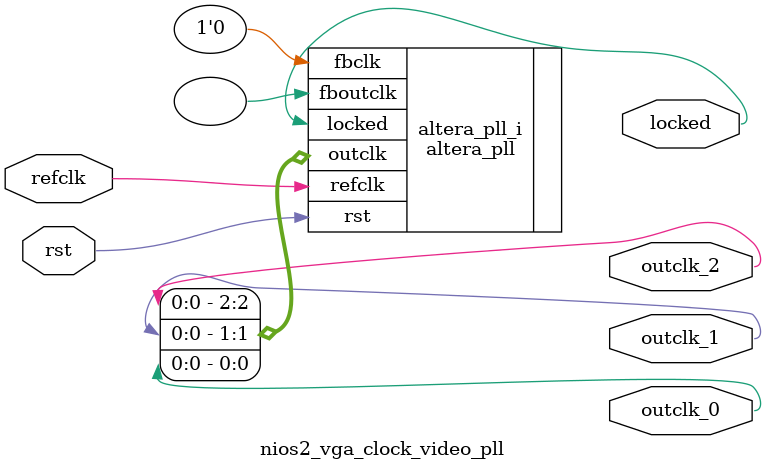
<source format=v>
`timescale 1ns/10ps
module  nios2_vga_clock_video_pll(

	// interface 'refclk'
	input wire refclk,

	// interface 'reset'
	input wire rst,

	// interface 'outclk0'
	output wire outclk_0,

	// interface 'outclk1'
	output wire outclk_1,

	// interface 'outclk2'
	output wire outclk_2,

	// interface 'locked'
	output wire locked
);

	altera_pll #(
		.fractional_vco_multiplier("false"),
		.reference_clock_frequency("50.0 MHz"),
		.operation_mode("direct"),
		.number_of_clocks(3),
		.output_clock_frequency0("25.000000 MHz"),
		.phase_shift0("0 ps"),
		.duty_cycle0(50),
		.output_clock_frequency1("25.000000 MHz"),
		.phase_shift1("0 ps"),
		.duty_cycle1(50),
		.output_clock_frequency2("33.000000 MHz"),
		.phase_shift2("0 ps"),
		.duty_cycle2(50),
		.output_clock_frequency3("0 MHz"),
		.phase_shift3("0 ps"),
		.duty_cycle3(50),
		.output_clock_frequency4("0 MHz"),
		.phase_shift4("0 ps"),
		.duty_cycle4(50),
		.output_clock_frequency5("0 MHz"),
		.phase_shift5("0 ps"),
		.duty_cycle5(50),
		.output_clock_frequency6("0 MHz"),
		.phase_shift6("0 ps"),
		.duty_cycle6(50),
		.output_clock_frequency7("0 MHz"),
		.phase_shift7("0 ps"),
		.duty_cycle7(50),
		.output_clock_frequency8("0 MHz"),
		.phase_shift8("0 ps"),
		.duty_cycle8(50),
		.output_clock_frequency9("0 MHz"),
		.phase_shift9("0 ps"),
		.duty_cycle9(50),
		.output_clock_frequency10("0 MHz"),
		.phase_shift10("0 ps"),
		.duty_cycle10(50),
		.output_clock_frequency11("0 MHz"),
		.phase_shift11("0 ps"),
		.duty_cycle11(50),
		.output_clock_frequency12("0 MHz"),
		.phase_shift12("0 ps"),
		.duty_cycle12(50),
		.output_clock_frequency13("0 MHz"),
		.phase_shift13("0 ps"),
		.duty_cycle13(50),
		.output_clock_frequency14("0 MHz"),
		.phase_shift14("0 ps"),
		.duty_cycle14(50),
		.output_clock_frequency15("0 MHz"),
		.phase_shift15("0 ps"),
		.duty_cycle15(50),
		.output_clock_frequency16("0 MHz"),
		.phase_shift16("0 ps"),
		.duty_cycle16(50),
		.output_clock_frequency17("0 MHz"),
		.phase_shift17("0 ps"),
		.duty_cycle17(50),
		.pll_type("General"),
		.pll_subtype("General")
	) altera_pll_i (
		.rst	(rst),
		.outclk	({outclk_2, outclk_1, outclk_0}),
		.locked	(locked),
		.fboutclk	( ),
		.fbclk	(1'b0),
		.refclk	(refclk)
	);
endmodule


</source>
